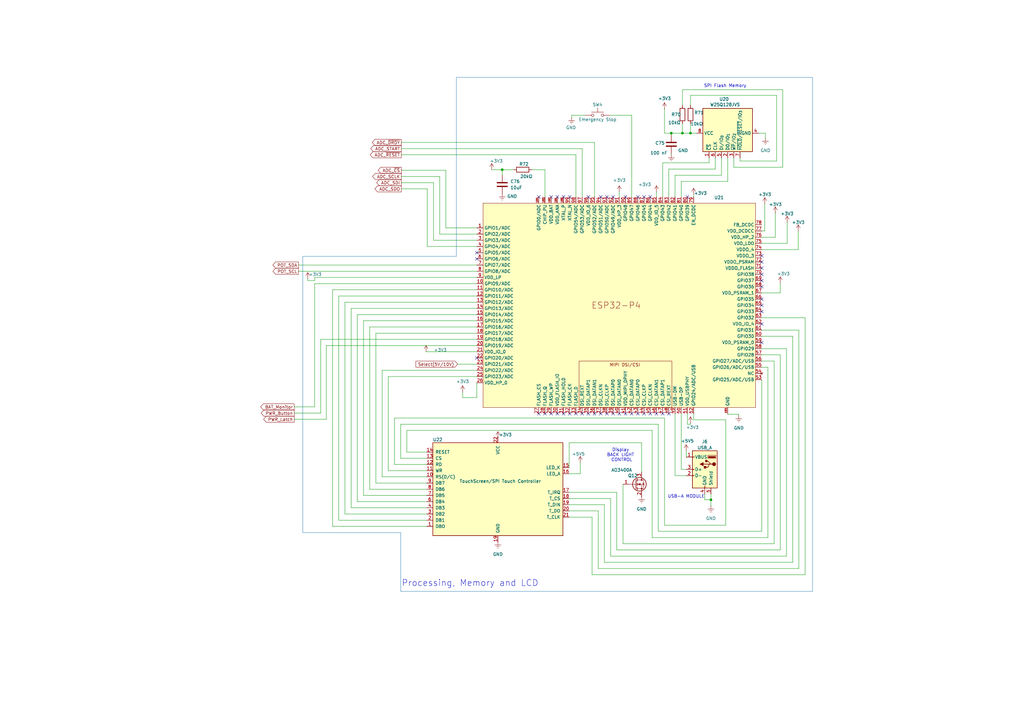
<source format=kicad_sch>
(kicad_sch (version 20250114) (generator "eeschema") (generator_version "9.0")
  (paper "A3")
  (title_block (date "2025-11-28"))
  (lib_symbols
    (symbol "Connector:USB_A" (pin_names (offset 1.016))
      (property "Reference" "J" (at -5.08 11.43 0))
      (property "Value" "USB_A" (at -5.08 8.89 0))
      (symbol "USB_A_1_1"
        (pin passive line (at -2.54 -10.16 90) (length 2.54) (name "Shield") (number "5"))
        (pin power_in line (at 0 -10.16 90) (length 2.54) (name "GND") (number "4"))
        (pin power_in line (at 7.62 5.08 180) (length 2.54) (name "VBUS") (number "1"))
        (pin bidirectional line (at 7.62 0 180) (length 2.54) (name "D+") (number "3"))
        (pin bidirectional line (at 7.62 -2.54 180) (length 2.54) (name "D-") (number "2"))
      )
    )
    (symbol "Device:C" (pin_numbers (hide yes)) (pin_names (offset 0.254))
      (property "Reference" "C" (at 0.635 2.54 0))
      (property "Value" "C" (at 0.635 -2.54 0))
      (symbol "C_1_1"
        (pin passive line (at 0 3.81 270) (length 2.794) (name "~") (number "1"))
        (pin passive line (at 0 -3.81 90) (length 2.794) (name "~") (number "2"))
      )
    )
    (symbol "Device:R" (pin_numbers (hide yes)) (pin_names (offset 0))
      (property "Reference" "R" (at 2.032 0 90))
      (property "Value" "R" (at 0 0 90))
      (symbol "R_1_1"
        (pin passive line (at 0 3.81 270) (length 1.27) (name "~") (number "1"))
        (pin passive line (at 0 -3.81 90) (length 1.27) (name "~") (number "2"))
      )
    )
    (symbol "Display_Graphic:EA_eDIPTFT32-ATP" (pin_names (offset 1.016))
      (property "Reference" "U5" (at -15.24 -10.16 0))
      (property "Value" "TouchScreen/SPI Touch Controller" (at -4.318 6.858 0))
      (symbol "EA_eDIPTFT32-ATP_1_1"
        (pin input line (at -17.78 25.4 0) (length 2.54) (name "DBO") (number "1"))
        (pin input line (at -17.78 22.86 0) (length 2.54) (name "DB1") (number "2"))
        (pin input line (at -17.78 20.32 0) (length 2.54) (name "DB2") (number "3"))
        (pin input line (at -17.78 17.78 0) (length 2.54) (name "DB3") (number "4"))
        (pin input line (at -17.78 15.24 0) (length 2.54) (name "DB4") (number "6"))
        (pin input line (at -17.78 12.7 0) (length 2.54) (name "DB5") (number "7"))
        (pin input line (at -17.78 10.16 0) (length 2.54) (name "DB6") (number "8"))
        (pin power_in line (at -17.78 7.62 0) (length 2.54) (name "DB7") (number "9"))
        (pin input line (at -17.78 5.08 0) (length 2.54) (name "RS(D/C)") (number "10"))
        (pin input line (at -17.78 2.54 0) (length 2.54) (name "WR") (number "11"))
        (pin input line (at -17.78 0 0) (length 2.54) (name "RD") (number "12"))
        (pin input line (at -17.78 -2.54 0) (length 2.54) (name "CS") (number "13"))
        (pin input line (at -17.78 -5.08 0) (length 2.54) (name "RESET") (number "14"))
        (pin no_connect line (at -12.7 -8.89 0) (length 2.54) (hide yes) (name "NC") (number "4"))
        (pin power_in line (at 11.43 31.75 270) (length 2.54) (name "GND") (number "19"))
        (pin power_in line (at 11.43 -11.43 90) (length 2.54) (name "VCC") (number "22"))
        (pin input line (at 40.64 21.59 180) (length 2.54) (name "T_CLK") (number "21"))
        (pin input line (at 40.64 19.05 180) (length 2.54) (name "T_DO") (number "20"))
        (pin input line (at 40.64 16.51 180) (length 2.54) (name "T_DIN") (number "19"))
        (pin input line (at 40.64 13.97 180) (length 2.54) (name "T_CS") (number "18"))
        (pin input line (at 40.64 11.43 180) (length 2.54) (name "T_IRQ") (number "17"))
        (pin input line (at 40.64 3.81 180) (length 2.54) (name "LED_A") (number "16"))
        (pin output line (at 40.64 1.27 180) (length 2.54) (name "LED_K") (number "15"))
        (pin no_connect line (at 40.64 -8.89 180) (length 2.54) (hide yes) (name "NC") (number "3"))
      )
    )
    (symbol "Espressif:ESP32-P4"
      (property "Reference" "U" (at -54.61 43.688 0))
      (symbol "ESP32-P4_1_0"
        (pin bidirectional line (at -57.15 8.89 0) (length 2.54) (name "GPIO9/ADC") (number "10"))
        (pin bidirectional line (at -57.15 6.35 0) (length 2.54) (name "GPIO10/ADC") (number "11"))
        (pin bidirectional line (at -57.15 3.81 0) (length 2.54) (name "GPIO11/ADC") (number "12"))
        (pin bidirectional line (at -57.15 1.27 0) (length 2.54) (name "GPIO12/ADC") (number "13"))
        (pin bidirectional line (at -57.15 -1.27 0) (length 2.54) (name "GPIO13/ADC") (number "14"))
        (pin bidirectional line (at -57.15 -3.81 0) (length 2.54) (name "GPIO14/ADC") (number "15"))
        (pin bidirectional line (at -57.15 -6.35 0) (length 2.54) (name "GPIO15/ADC") (number "16"))
        (pin bidirectional line (at -57.15 -8.89 0) (length 2.54) (name "GPIO16/ADC") (number "17"))
        (pin bidirectional line (at -57.15 -11.43 0) (length 2.54) (name "GPIO17/ADC") (number "18"))
        (pin bidirectional line (at -57.15 -13.97 0) (length 2.54) (name "GPIO18/ADC") (number "19"))
        (pin bidirectional line (at -57.15 -16.51 0) (length 2.54) (name "GPIO19/ADC") (number "20"))
        (pin power_in line (at -57.15 -19.05 0) (length 2.54) (name "VDD_IO_0") (number "21"))
        (pin bidirectional line (at -57.15 -21.59 0) (length 2.54) (name "GPIO20/ADC") (number "22"))
        (pin bidirectional line (at -57.15 -24.13 0) (length 2.54) (name "GPIO21/ADC") (number "23"))
        (pin bidirectional line (at -57.15 -26.67 0) (length 2.54) (name "GPIO22/ADC") (number "24"))
        (pin bidirectional line (at -57.15 -29.21 0) (length 2.54) (name "GPIO23/ADC") (number "25"))
        (pin power_in line (at -57.15 -31.75 0) (length 2.54) (name "VDD_HP_0") (number "26"))
        (pin bidirectional line (at -31.75 44.45 270) (length 2.54) (name "GPIO0/ADC") (number "104"))
        (pin bidirectional line (at -31.75 -44.45 90) (length 2.54) (name "FLASH_CS") (number "27"))
        (pin input line (at -29.21 44.45 270) (length 2.54) (name "CHIP_PU") (number "103"))
        (pin bidirectional line (at -29.21 -44.45 90) (length 2.54) (name "FLASH_Q") (number "28"))
        (pin bidirectional line (at -26.67 44.45 270) (length 2.54) (name "VDD_BAT") (number "102"))
        (pin bidirectional line (at -26.67 -44.45 90) (length 2.54) (name "FLASH_WP") (number "29"))
        (pin bidirectional line (at -24.13 44.45 270) (length 2.54) (name "VDD_ANA") (number "101"))
        (pin power_in line (at -24.13 -44.45 90) (length 2.54) (name "VDD_FLASH_IO") (number "30"))
        (pin bidirectional line (at -21.59 44.45 270) (length 2.54) (name "XTAL_P") (number "100"))
        (pin bidirectional line (at -21.59 -44.45 90) (length 2.54) (name "FLASH_HOLD") (number "31"))
        (pin bidirectional line (at -19.05 44.45 270) (length 2.54) (name "XTAL_N") (number "99"))
        (pin bidirectional line (at -19.05 -44.45 90) (length 2.54) (name "FLASH_CK") (number "32"))
        (pin bidirectional line (at -16.51 44.45 270) (length 2.54) (name "GPIO54/ADC") (number "98"))
        (pin bidirectional line (at -16.51 -44.45 90) (length 2.54) (name "FLASH_D") (number "33"))
        (pin bidirectional line (at -13.97 44.45 270) (length 2.54) (name "GPIO53/ADC") (number "97"))
        (pin bidirectional line (at -13.97 -44.45 90) (length 2.54) (name "DSI_REXT") (number "34"))
        (pin power_in line (at -11.43 44.45 270) (length 2.54) (name "VDD_IO_6") (number "96"))
        (pin bidirectional line (at -11.43 -44.45 90) (length 2.54) (name "DSI_DATAP1") (number "35"))
        (pin bidirectional line (at -8.89 44.45 270) (length 2.54) (name "GPIO52/ADC") (number "95"))
        (pin bidirectional line (at -8.89 -44.45 90) (length 2.54) (name "DSI_DATAN1") (number "36"))
        (pin bidirectional line (at -6.35 44.45 270) (length 2.54) (name "GPIO51/ADC") (number "94"))
        (pin bidirectional line (at -6.35 -44.45 90) (length 2.54) (name "DSI_CLKN") (number "37"))
        (pin bidirectional line (at -3.81 44.45 270) (length 2.54) (name "GPIO50/ADC") (number "93"))
        (pin bidirectional line (at -3.81 -44.45 90) (length 2.54) (name "DSI_CLKP") (number "38"))
        (pin bidirectional line (at -1.27 44.45 270) (length 2.54) (name "GPIO49/ADC") (number "92"))
        (pin bidirectional line (at -1.27 -44.45 90) (length 2.54) (name "DSI_DATAP0") (number "39"))
        (pin power_in line (at 1.27 44.45 270) (length 2.54) (name "VDD_HP_3") (number "91"))
        (pin bidirectional line (at 1.27 -44.45 90) (length 2.54) (name "DSI_DATAN0") (number "40"))
        (pin bidirectional line (at 3.81 44.45 270) (length 2.54) (name "GPIO48") (number "90"))
        (pin power_in line (at 3.81 -44.45 90) (length 2.54) (name "VDD_MIPI_DPHY") (number "41"))
        (pin bidirectional line (at 6.35 44.45 270) (length 2.54) (name "GPIO47") (number "89"))
        (pin bidirectional line (at 6.35 -44.45 90) (length 2.54) (name "CSI_DATAN0") (number "42"))
        (pin bidirectional line (at 8.89 44.45 270) (length 2.54) (name "GPIO46") (number "88"))
        (pin bidirectional line (at 8.89 -44.45 90) (length 2.54) (name "CSI_DATAP0") (number "43"))
        (pin bidirectional line (at 11.43 44.45 270) (length 2.54) (name "GPIO45") (number "87"))
        (pin bidirectional line (at 11.43 -44.45 90) (length 2.54) (name "CSI_CLKP") (number "44"))
        (pin bidirectional line (at 13.97 44.45 270) (length 2.54) (name "GPIO44") (number "86"))
        (pin bidirectional line (at 13.97 -44.45 90) (length 2.54) (name "CSI_CLKN") (number "45"))
        (pin power_in line (at 16.51 44.45 270) (length 2.54) (name "VDD_IO_5") (number "85"))
        (pin bidirectional line (at 16.51 -44.45 90) (length 2.54) (name "CSI_DATAN1") (number "46"))
        (pin bidirectional line (at 19.05 44.45 270) (length 2.54) (name "GPIO43") (number "84"))
        (pin bidirectional line (at 19.05 -44.45 90) (length 2.54) (name "CSI_DATAP1") (number "47"))
        (pin bidirectional line (at 21.59 44.45 270) (length 2.54) (name "GPIO42") (number "83"))
        (pin bidirectional line (at 21.59 -44.45 90) (length 2.54) (name "CSI_REXT") (number "48"))
        (pin bidirectional line (at 24.13 44.45 270) (length 2.54) (name "GPIO41") (number "82"))
        (pin bidirectional line (at 24.13 -44.45 90) (length 2.54) (name "USB-DM") (number "49"))
        (pin bidirectional line (at 26.67 44.45 270) (length 2.54) (name "GPIO40") (number "81"))
        (pin bidirectional line (at 26.67 -44.45 90) (length 2.54) (name "USB-DP") (number "50"))
        (pin bidirectional line (at 29.21 44.45 270) (length 2.54) (name "GPIO39") (number "80"))
        (pin power_in line (at 29.21 -44.45 90) (length 2.54) (name "VDD_USBPHY") (number "51"))
        (pin output line (at 31.75 44.45 270) (length 2.54) (name "EN_DCDC") (number "79"))
        (pin bidirectional line (at 31.75 -44.45 90) (length 2.54) (name "GPIO24/ADC/USB") (number "52"))
        (pin power_in line (at 45.72 -44.45 90) (length 2.54) (name "GND") (number "105"))
        (pin bidirectional line (at 59.69 33.02 180) (length 2.54) (name "FB_DCDC") (number "78"))
        (pin power_in line (at 59.69 30.48 180) (length 2.54) (name "VDD_DCDCC") (number "77"))
        (pin power_in line (at 59.69 27.94 180) (length 2.54) (name "VDD_HP_2") (number "76"))
        (pin power_in line (at 59.69 25.4 180) (length 2.54) (name "VDD_LDO") (number "75"))
        (pin power_in line (at 59.69 22.86 180) (length 2.54) (name "VDDO_4") (number "74"))
        (pin power_in line (at 59.69 20.32 180) (length 2.54) (name "VDDO_3") (number "73"))
        (pin power_in line (at 59.69 17.78 180) (length 2.54) (name "VDDO_PSRAM") (number "72"))
        (pin power_in line (at 59.69 15.24 180) (length 2.54) (name "VDDO_FLASH") (number "71"))
        (pin bidirectional line (at 59.69 12.7 180) (length 2.54) (name "GPIO38") (number "70"))
        (pin bidirectional line (at 59.69 10.16 180) (length 2.54) (name "GPIO37") (number "69"))
        (pin bidirectional line (at 59.69 7.62 180) (length 2.54) (name "GPIO36") (number "68"))
        (pin power_in line (at 59.69 5.08 180) (length 2.54) (name "VDD_PSRAM_1") (number "67"))
        (pin bidirectional line (at 59.69 2.54 180) (length 2.54) (name "GPIO35") (number "66"))
        (pin bidirectional line (at 59.69 0 180) (length 2.54) (name "GPIO34") (number "65"))
        (pin bidirectional line (at 59.69 -2.54 180) (length 2.54) (name "GPIO33") (number "64"))
        (pin bidirectional line (at 59.69 -5.08 180) (length 2.54) (name "GPIO32") (number "63"))
        (pin power_in line (at 59.69 -7.62 180) (length 2.54) (name "VDD_IO_4") (number "62"))
        (pin bidirectional line (at 59.69 -10.16 180) (length 2.54) (name "GPIO31") (number "61"))
        (pin bidirectional line (at 59.69 -12.7 180) (length 2.54) (name "GPIO30") (number "60"))
        (pin power_in line (at 59.69 -15.24 180) (length 2.54) (name "VDD_PSRAM_0") (number "59"))
        (pin bidirectional line (at 59.69 -17.78 180) (length 2.54) (name "GPIO29") (number "58"))
        (pin bidirectional line (at 59.69 -20.32 180) (length 2.54) (name "GPIO28") (number "57"))
        (pin bidirectional line (at 59.69 -22.86 180) (length 2.54) (name "GPIO27/ADC/USB") (number "56"))
        (pin bidirectional line (at 59.69 -25.4 180) (length 2.54) (name "GPIO26/ADC/USB") (number "55"))
        (pin no_connect line (at 59.69 -27.94 180) (length 2.54) (name "NC") (number "54"))
        (pin bidirectional line (at 59.69 -30.48 180) (length 2.54) (name "GPIO25/ADC/USB") (number "53"))
      )
      (symbol "ESP32-P4_1_1"
        (text "ESP32-P4" (at 0 0 0) (effects (font (size 2.54 2.54))))
        (text "MIPI DSI/CSI" (at 3.556 -24.384 0) (effects (font (size 1.27 1.27))))
        (pin bidirectional line (at -57.15 31.75 0) (length 2.54) (name "GPIO1/ADC") (number "1"))
        (pin bidirectional line (at -57.15 29.21 0) (length 2.54) (name "GPIO2/ADC") (number "2"))
        (pin bidirectional line (at -57.15 26.67 0) (length 2.54) (name "GPIO3/ADC") (number "3"))
        (pin bidirectional line (at -57.15 24.13 0) (length 2.54) (name "GPIO4/ADC") (number "4"))
        (pin bidirectional line (at -57.15 21.59 0) (length 2.54) (name "GPIO5/ADC") (number "5"))
        (pin bidirectional line (at -57.15 19.05 0) (length 2.54) (name "GPIO6/ADC") (number "6"))
        (pin bidirectional line (at -57.15 16.51 0) (length 2.54) (name "GPIO7/ADC") (number "7"))
        (pin bidirectional line (at -57.15 13.97 0) (length 2.54) (name "GPIO8/ADC") (number "8"))
        (pin power_in line (at -57.15 11.43 0) (length 2.54) (name "VDD_LP") (number "9"))
      )
    )
    (symbol "Memory_Flash:W25Q128JVS"
      (property "Reference" "U" (at -6.35 11.43 0))
      (property "Value" "W25Q128JVS" (at 7.62 11.43 0))
      (symbol "W25Q128JVS_1_1"
        (pin input line (at -10.16 7.62 0) (length 2.54) (name "~{CS}") (number "1"))
        (pin input line (at -10.16 5.08 0) (length 2.54) (name "CLK") (number "6"))
        (pin bidirectional line (at -10.16 2.54 0) (length 2.54) (name "DI/IO_{0}") (number "5"))
        (pin bidirectional line (at -10.16 0 0) (length 2.54) (name "DO/IO_{1}") (number "2"))
        (pin bidirectional line (at -10.16 -2.54 0) (length 2.54) (name "~{WP}/IO_{2}") (number "3"))
        (pin bidirectional line (at -10.16 -5.08 0) (length 2.54) (name "~{HOLD}/~{RESET}/IO_{3}") (number "7"))
        (pin power_in line (at 0 12.7 270) (length 2.54) (name "VCC") (number "8"))
        (pin power_in line (at 0 -12.7 90) (length 2.54) (name "GND") (number "4"))
      )
    )
    (symbol "Switch:SW_Push" (pin_numbers (hide yes)) (pin_names (offset 1.016) (hide yes))
      (property "Reference" "SW" (at 1.27 2.54 0))
      (property "Value" "SW_Push" (at 0 -1.524 0))
      (symbol "SW_Push_0_1"
        (pin passive line (at -5.08 0 0) (length 2.54) (name "1") (number "1"))
        (pin passive line (at 5.08 0 180) (length 2.54) (name "2") (number "2"))
      )
    )
    (symbol "Transistor_FET:AO3400A" (pin_names (offset 0) (hide yes))
      (property "Reference" "Q" (at 5.08 1.905 0))
      (property "Value" "AO3400A" (at 5.08 0 0))
      (symbol "AO3400A_1_1"
        (pin input line (at -5.08 0 0) (length 2.54) (name "G") (number "1"))
        (pin passive line (at 2.54 5.08 270) (length 2.54) (name "D") (number "3"))
        (pin passive line (at 2.54 -5.08 90) (length 2.54) (name "S") (number "2"))
      )
    )
    (symbol "power:+5V" (power) (pin_numbers (hide yes)) (pin_names (offset 0) (hide yes))
      (property "Value" "+5V" (at 0 3.556 0))
      (symbol "+5V_1_1"
        (pin power_in line (at 0 0 90) (length 0) (name "~") (number "1"))
      )
    )
    (symbol "power:GNDREF" (power) (pin_numbers (hide yes)) (pin_names (offset 0) (hide yes))
      (property "Value" "GNDREF" (at 0 -3.81 0))
      (symbol "GNDREF_1_1"
        (pin power_in line (at 0 0 270) (length 0) (name "~") (number "1"))
      )
    )
    (symbol "power:VCC" (power) (pin_numbers (hide yes)) (pin_names (offset 0) (hide yes))
      (property "Value" "VCC" (at 0 3.556 0))
      (symbol "VCC_1_1"
        (pin power_in line (at 0 0 90) (length 0) (name "~") (number "1"))
      )
    )
  )
  (text "SPI Flash Memory\n" (at 297.434 35.306 0) (effects (font (size 1.27 1.27))))
  (text "Display \nBACK LIGHT \nCONTROL\n" (at 255.016 186.69 0) (effects (font (size 1.27 1.27))))
  (text "USB-A MODULE\n" (at 281.432 203.708 0) (effects (font (size 1.27 1.27))))
  (text "Processing, Memory and LCD" (at 192.786 239.268 0) (effects (font (size 2.54 2.54))))
  (junction (at 291.592 204.978))
  (junction (at 283.21 54.61))
  (junction (at 279.908 54.61))
  (junction (at 205.994 69.596))
  (junction (at 275.336 54.61))
  (no_connect (at 223.52 169.672))
  (no_connect (at 195.58 146.812))
  (no_connect (at 312.42 132.842))
  (no_connect (at 312.42 115.062))
  (no_connect (at 261.62 169.672))
  (no_connect (at 231.14 80.772))
  (no_connect (at 233.68 169.672))
  (no_connect (at 312.42 104.902))
  (no_connect (at 226.06 80.772))
  (no_connect (at 228.6 80.772))
  (no_connect (at 312.42 117.602))
  (no_connect (at 312.42 112.522))
  (no_connect (at 246.38 169.672))
  (no_connect (at 248.92 169.672))
  (no_connect (at 259.08 169.672))
  (no_connect (at 251.46 80.772))
  (no_connect (at 195.58 103.632))
  (no_connect (at 241.3 169.672))
  (no_connect (at 281.94 80.772))
  (no_connect (at 195.58 106.172))
  (no_connect (at 236.22 169.672))
  (no_connect (at 243.84 169.672))
  (no_connect (at 266.7 80.772))
  (no_connect (at 248.92 80.772))
  (no_connect (at 312.42 107.442))
  (no_connect (at 271.78 169.672))
  (no_connect (at 220.98 80.772))
  (no_connect (at 220.98 169.672))
  (no_connect (at 269.24 169.672))
  (no_connect (at 261.62 80.772))
  (no_connect (at 266.7 169.672))
  (no_connect (at 251.46 169.672))
  (no_connect (at 264.16 169.672))
  (no_connect (at 226.06 169.672))
  (no_connect (at 312.42 127.762))
  (no_connect (at 231.14 169.672))
  (no_connect (at 256.54 80.772))
  (no_connect (at 312.42 125.222))
  (no_connect (at 254 169.672))
  (no_connect (at 233.68 80.772))
  (no_connect (at 246.38 80.772))
  (no_connect (at 238.76 169.672))
  (no_connect (at 312.42 140.462))
  (no_connect (at 264.16 80.772))
  (no_connect (at 312.42 109.982))
  (no_connect (at 228.6 169.672))
  (no_connect (at 256.54 169.672))
  (no_connect (at 312.42 122.682))
  (no_connect (at 241.3 80.772))
  (no_connect (at 274.32 169.672))
  (wire (pts (xy 284.48 80.772) (xy 284.48 79.756)))
  (wire (pts (xy 320.04 116.078) (xy 320.04 120.142)))
  (wire (pts (xy 146.558 129.032) (xy 195.58 129.032)))
  (wire (pts (xy 159.258 154.432) (xy 159.258 193.04)))
  (wire (pts (xy 195.58 98.552) (xy 177.8 98.552)))
  (wire (pts (xy 263.144 181.61) (xy 263.144 193.548)))
  (wire (pts (xy 175.26 101.092) (xy 175.26 77.47)))
  (wire (pts (xy 141.478 123.952) (xy 141.478 210.82)))
  (wire (pts (xy 151.638 134.112) (xy 195.58 134.112)))
  (wire (pts (xy 318.516 66.04) (xy 303.53 66.04)))
  (wire (pts (xy 243.84 80.772) (xy 243.84 58.42)))
  (wire (pts (xy 187.706 149.352) (xy 195.58 149.352)))
  (wire (pts (xy 233.426 194.31) (xy 237.998 194.31)))
  (wire (pts (xy 312.42 130.302) (xy 330.2 130.302)))
  (wire (pts (xy 205.994 69.596) (xy 210.566 69.596)))
  (wire (pts (xy 234.442 47.244) (xy 240.03 47.244)))
  (wire (pts (xy 175.006 215.9) (xy 136.398 215.9)))
  (wire (pts (xy 297.688 215.392) (xy 297.688 172.212)))
  (wire (pts (xy 245.364 233.172) (xy 327.66 233.172)))
  (wire (pts (xy 195.58 156.972) (xy 195.58 163.068)))
  (wire (pts (xy 322.58 143.002) (xy 322.58 228.092)))
  (wire (pts (xy 120.65 169.418) (xy 131.572 169.418)))
  (wire (pts (xy 303.022 169.926) (xy 303.022 170.434)))
  (wire (pts (xy 312.42 94.742) (xy 313.69 94.742)))
  (wire (pts (xy 129.032 115.062) (xy 129.032 113.792)))
  (wire (pts (xy 259.08 47.244) (xy 250.19 47.244)))
  (wire (pts (xy 247.904 207.01) (xy 247.904 230.632)))
  (wire (pts (xy 129.032 113.792) (xy 195.58 113.792)))
  (wire (pts (xy 279.908 54.61) (xy 283.21 54.61)))
  (wire (pts (xy 154.178 198.12) (xy 175.006 198.12)))
  (wire (pts (xy 156.718 195.58) (xy 175.006 195.58)))
  (wire (pts (xy 318.008 87.376) (xy 318.008 97.282)))
  (wire (pts (xy 276.86 195.072) (xy 281.432 195.072)))
  (wire (pts (xy 284.48 172.212) (xy 297.688 172.212)))
  (wire (pts (xy 144.018 126.492) (xy 144.018 208.28)))
  (wire (pts (xy 164.592 72.39) (xy 180.34 72.39)))
  (wire (pts (xy 122.428 111.252) (xy 195.58 111.252)))
  (wire (pts (xy 141.478 123.952) (xy 195.58 123.952)))
  (wire (pts (xy 279.908 36.83) (xy 321.056 36.83)))
  (wire (pts (xy 300.99 64.77) (xy 300.99 68.58)))
  (wire (pts (xy 281.94 173.99) (xy 283.21 173.99)))
  (wire (pts (xy 272.542 171.45) (xy 272.542 215.392)))
  (wire (pts (xy 283.21 54.61) (xy 285.75 54.61)))
  (wire (pts (xy 325.12 137.922) (xy 325.12 230.632)))
  (wire (pts (xy 291.592 204.978) (xy 289.052 204.978)))
  (wire (pts (xy 322.58 143.002) (xy 312.42 143.002)))
  (wire (pts (xy 330.2 130.302) (xy 330.2 235.712)))
  (wire (pts (xy 146.558 129.032) (xy 146.558 205.74)))
  (wire (pts (xy 317.5 148.082) (xy 317.5 223.012)))
  (wire (pts (xy 270.002 173.99) (xy 270.002 217.932)))
  (wire (pts (xy 164.592 69.85) (xy 182.88 69.85)))
  (wire (pts (xy 195.58 101.092) (xy 175.26 101.092)))
  (wire (pts (xy 267.462 220.472) (xy 314.96 220.472)))
  (wire (pts (xy 252.984 201.93) (xy 252.984 225.552)))
  (wire (pts (xy 164.592 63.5) (xy 236.22 63.5)))
  (wire (pts (xy 269.24 78.74) (xy 269.24 80.772)))
  (wire (pts (xy 151.638 134.112) (xy 151.638 200.66)))
  (wire (pts (xy 204.216 179.07) (xy 204.216 179.578)))
  (wire (pts (xy 120.65 166.878) (xy 129.032 166.878)))
  (wire (pts (xy 312.42 150.622) (xy 314.96 150.622)))
  (wire (pts (xy 320.04 145.542) (xy 312.42 145.542)))
  (wire (pts (xy 321.056 68.58) (xy 321.056 36.83)))
  (wire (pts (xy 272.542 54.61) (xy 275.336 54.61)))
  (wire (pts (xy 164.592 60.96) (xy 238.76 60.96)))
  (wire (pts (xy 189.738 163.068) (xy 195.58 163.068)))
  (wire (pts (xy 255.524 198.628) (xy 255.524 223.012)))
  (wire (pts (xy 298.45 169.926) (xy 298.45 169.672)))
  (wire (pts (xy 164.592 58.42) (xy 243.84 58.42)))
  (wire (pts (xy 233.426 212.09) (xy 242.824 212.09)))
  (wire (pts (xy 131.572 139.192) (xy 131.572 169.418)))
  (wire (pts (xy 255.524 223.012) (xy 317.5 223.012)))
  (wire (pts (xy 252.984 225.552) (xy 320.04 225.552)))
  (wire (pts (xy 126.238 115.062) (xy 126.238 114.3)))
  (wire (pts (xy 177.8 98.552) (xy 177.8 74.93)))
  (wire (pts (xy 131.572 139.192) (xy 195.58 139.192)))
  (wire (pts (xy 149.098 131.572) (xy 195.58 131.572)))
  (wire (pts (xy 189.738 160.782) (xy 189.738 163.068)))
  (wire (pts (xy 312.42 97.282) (xy 318.008 97.282)))
  (wire (pts (xy 275.336 54.61) (xy 279.908 54.61)))
  (wire (pts (xy 233.426 181.61) (xy 263.144 181.61)))
  (wire (pts (xy 146.558 205.74) (xy 175.006 205.74)))
  (wire (pts (xy 233.426 181.61) (xy 233.426 191.77)))
  (wire (pts (xy 279.4 80.772) (xy 279.4 74.422)))
  (wire (pts (xy 129.032 166.878) (xy 129.032 116.332)))
  (wire (pts (xy 201.676 69.596) (xy 205.994 69.596)))
  (wire (pts (xy 295.91 71.882) (xy 295.91 64.77)))
  (wire (pts (xy 281.432 187.452) (xy 281.432 184.912)))
  (wire (pts (xy 133.858 141.732) (xy 133.858 171.958)))
  (wire (pts (xy 275.336 63.5) (xy 275.336 62.992)))
  (wire (pts (xy 175.006 185.42) (xy 166.878 185.42)))
  (wire (pts (xy 166.878 185.42) (xy 166.878 176.53)))
  (wire (pts (xy 312.42 99.822) (xy 322.834 99.822)))
  (wire (pts (xy 174.752 144.272) (xy 195.58 144.272)))
  (wire (pts (xy 250.444 204.47) (xy 250.444 228.092)))
  (wire (pts (xy 129.032 116.332) (xy 195.58 116.332)))
  (wire (pts (xy 272.542 215.392) (xy 297.688 215.392)))
  (wire (pts (xy 154.178 136.652) (xy 195.58 136.652)))
  (wire (pts (xy 327.406 94.742) (xy 327.406 102.362)))
  (wire (pts (xy 274.32 69.342) (xy 293.37 69.342)))
  (wire (pts (xy 276.86 71.882) (xy 295.91 71.882)))
  (wire (pts (xy 136.398 118.872) (xy 136.398 215.9)))
  (wire (pts (xy 279.4 192.532) (xy 281.432 192.532)))
  (wire (pts (xy 133.858 141.732) (xy 195.58 141.732)))
  (wire (pts (xy 154.178 136.652) (xy 154.178 198.12)))
  (wire (pts (xy 159.258 154.432) (xy 195.58 154.432)))
  (wire (pts (xy 271.78 80.772) (xy 271.78 66.802)))
  (wire (pts (xy 175.006 213.36) (xy 138.938 213.36)))
  (wire (pts (xy 312.42 120.142) (xy 320.04 120.142)))
  (wire (pts (xy 164.338 187.96) (xy 164.338 173.99)))
  (wire (pts (xy 151.638 200.66) (xy 175.006 200.66)))
  (wire (pts (xy 276.86 80.772) (xy 276.86 71.882)))
  (wire (pts (xy 182.88 93.472) (xy 195.58 93.472)))
  (wire (pts (xy 175.006 190.5) (xy 161.798 190.5)))
  (wire (pts (xy 283.21 39.116) (xy 318.516 39.116)))
  (wire (pts (xy 159.258 193.04) (xy 175.006 193.04)))
  (wire (pts (xy 234.442 48.26) (xy 234.442 47.244)))
  (wire (pts (xy 120.65 171.958) (xy 133.858 171.958)))
  (wire (pts (xy 303.022 169.926) (xy 298.45 169.926)))
  (wire (pts (xy 291.592 204.978) (xy 291.592 207.518)))
  (wire (pts (xy 136.398 118.872) (xy 195.58 118.872)))
  (wire (pts (xy 279.4 74.422) (xy 298.45 74.422)))
  (wire (pts (xy 281.94 169.672) (xy 281.94 173.99)))
  (wire (pts (xy 242.824 235.712) (xy 330.2 235.712)))
  (wire (pts (xy 283.21 43.18) (xy 283.21 39.116)))
  (wire (pts (xy 236.22 63.5) (xy 236.22 80.772)))
  (wire (pts (xy 322.834 99.822) (xy 322.834 91.186)))
  (wire (pts (xy 293.37 69.342) (xy 293.37 64.77)))
  (wire (pts (xy 144.018 208.28) (xy 175.006 208.28)))
  (wire (pts (xy 218.186 69.596) (xy 223.52 69.596)))
  (wire (pts (xy 205.994 69.596) (xy 205.994 71.882)))
  (wire (pts (xy 180.34 96.012) (xy 195.58 96.012)))
  (wire (pts (xy 275.336 55.372) (xy 275.336 54.61)))
  (wire (pts (xy 254 78.74) (xy 254 80.772)))
  (wire (pts (xy 149.098 203.2) (xy 175.006 203.2)))
  (wire (pts (xy 291.592 204.978) (xy 291.592 202.692)))
  (wire (pts (xy 290.83 66.802) (xy 290.83 64.77)))
  (wire (pts (xy 175.006 210.82) (xy 141.478 210.82)))
  (wire (pts (xy 129.032 115.062) (xy 126.238 115.062)))
  (wire (pts (xy 320.04 145.542) (xy 320.04 225.552)))
  (wire (pts (xy 312.42 102.362) (xy 327.406 102.362)))
  (wire (pts (xy 314.96 150.622) (xy 314.96 220.472)))
  (wire (pts (xy 313.69 83.566) (xy 313.69 94.742)))
  (wire (pts (xy 267.462 176.53) (xy 267.462 220.472)))
  (wire (pts (xy 233.426 201.93) (xy 252.984 201.93)))
  (wire (pts (xy 279.908 50.8) (xy 279.908 54.61)))
  (wire (pts (xy 242.824 212.09) (xy 242.824 235.712)))
  (wire (pts (xy 276.86 169.672) (xy 276.86 195.072)))
  (wire (pts (xy 182.88 69.85) (xy 182.88 93.472)))
  (wire (pts (xy 298.45 64.77) (xy 298.45 74.422)))
  (wire (pts (xy 284.48 169.672) (xy 284.48 172.212)))
  (wire (pts (xy 247.904 230.632) (xy 325.12 230.632)))
  (wire (pts (xy 238.76 80.772) (xy 238.76 60.96)))
  (wire (pts (xy 233.426 209.55) (xy 245.364 209.55)))
  (wire (pts (xy 233.426 204.47) (xy 250.444 204.47)))
  (wire (pts (xy 274.32 80.772) (xy 274.32 69.342)))
  (wire (pts (xy 223.52 69.596) (xy 223.52 80.772)))
  (wire (pts (xy 259.08 80.772) (xy 259.08 47.244)))
  (wire (pts (xy 122.428 108.712) (xy 195.58 108.712)))
  (wire (pts (xy 149.098 131.572) (xy 149.098 203.2)))
  (wire (pts (xy 289.052 204.978) (xy 289.052 202.692)))
  (wire (pts (xy 272.542 44.704) (xy 272.542 54.61)))
  (wire (pts (xy 313.944 54.61) (xy 313.944 56.642)))
  (wire (pts (xy 303.53 66.04) (xy 303.53 64.77)))
  (wire (pts (xy 161.798 171.45) (xy 272.542 171.45)))
  (wire (pts (xy 138.938 121.412) (xy 195.58 121.412)))
  (wire (pts (xy 161.798 190.5) (xy 161.798 171.45)))
  (wire (pts (xy 233.426 207.01) (xy 247.904 207.01)))
  (wire (pts (xy 327.66 135.382) (xy 327.66 233.172)))
  (wire (pts (xy 144.018 126.492) (xy 195.58 126.492)))
  (wire (pts (xy 250.444 228.092) (xy 322.58 228.092)))
  (wire (pts (xy 138.938 121.412) (xy 138.938 213.36)))
  (wire (pts (xy 156.718 151.892) (xy 195.58 151.892)))
  (wire (pts (xy 318.516 39.116) (xy 318.516 66.04)))
  (wire (pts (xy 279.4 169.672) (xy 279.4 192.532)))
  (wire (pts (xy 237.998 194.31) (xy 237.998 189.738)))
  (wire (pts (xy 283.21 173.482) (xy 283.21 173.99)))
  (wire (pts (xy 283.21 50.8) (xy 283.21 54.61)))
  (wire (pts (xy 164.592 74.93) (xy 177.8 74.93)))
  (wire (pts (xy 175.006 187.96) (xy 164.338 187.96)))
  (wire (pts (xy 312.42 155.702) (xy 312.42 217.932)))
  (wire (pts (xy 300.99 68.58) (xy 321.056 68.58)))
  (wire (pts (xy 180.34 72.39) (xy 180.34 96.012)))
  (wire (pts (xy 164.338 173.99) (xy 270.002 173.99)))
  (wire (pts (xy 279.908 43.18) (xy 279.908 36.83)))
  (wire (pts (xy 166.878 176.53) (xy 267.462 176.53)))
  (wire (pts (xy 156.718 195.58) (xy 156.718 151.892)))
  (wire (pts (xy 312.42 137.922) (xy 325.12 137.922)))
  (wire (pts (xy 164.592 77.47) (xy 175.26 77.47)))
  (wire (pts (xy 317.5 148.082) (xy 312.42 148.082)))
  (wire (pts (xy 312.42 135.382) (xy 327.66 135.382)))
  (wire (pts (xy 271.78 66.802) (xy 290.83 66.802)))
  (wire (pts (xy 270.002 217.932) (xy 312.42 217.932)))
  (wire (pts (xy 311.15 54.61) (xy 313.944 54.61)))
  (wire (pts (xy 245.364 209.55) (xy 245.364 233.172)))
  (global_label "ADC_SDI" (shape output) (at 164.592 74.93 180) (property "Intersheetrefs" "${INTERSHEET_REFS}" (effects (hide yes))))
  (global_label "BAT_Monitor" (shape output) (at 120.65 166.878 180) (property "Intersheetrefs" "${INTERSHEET_REFS}" (effects (hide yes))))
  (global_label "ADC_~{CS}" (shape output) (at 164.592 69.85 180) (property "Intersheetrefs" "${INTERSHEET_REFS}" (effects (hide yes))))
  (global_label "Select(5V{slash}10V)" (shape input) (at 187.706 149.352 180) (property "Intersheetrefs" "${INTERSHEET_REFS}" (effects (hide yes))))
  (global_label "ADC_START" (shape output) (at 164.592 60.96 180) (property "Intersheetrefs" "${INTERSHEET_REFS}" (effects (hide yes))))
  (global_label "PWR_Button" (shape output) (at 120.65 169.418 180) (property "Intersheetrefs" "${INTERSHEET_REFS}" (effects (hide yes))))
  (global_label "ADC_~{DRDY}" (shape output) (at 164.592 58.42 180) (property "Intersheetrefs" "${INTERSHEET_REFS}" (effects (hide yes))))
  (global_label "POT_SDA" (shape output) (at 122.428 108.712 180) (property "Intersheetrefs" "${INTERSHEET_REFS}" (effects (hide yes))))
  (global_label "ADC_~{RESET}" (shape output) (at 164.592 63.5 180) (property "Intersheetrefs" "${INTERSHEET_REFS}" (effects (hide yes))))
  (global_label "ADC_SCLK" (shape output) (at 164.592 72.39 180) (property "Intersheetrefs" "${INTERSHEET_REFS}" (effects (hide yes))))
  (global_label "POT_SCL" (shape output) (at 122.428 111.252 180) (property "Intersheetrefs" "${INTERSHEET_REFS}" (effects (hide yes))))
  (global_label "PWR_Latch" (shape output) (at 120.65 171.958 180) (property "Intersheetrefs" "${INTERSHEET_REFS}" (effects (hide yes))))
  (global_label "ADC_SDO" (shape output) (at 164.592 77.47 180) (property "Intersheetrefs" "${INTERSHEET_REFS}" (effects (hide yes))))
  (rule_area (polyline (pts (xy 333.248 31.75) (xy 187.198 31.75) (xy 187.198 105.156) (xy 124.206 105.156) (xy 124.206 218.44) (xy 164.338 218.44) (xy 164.338 238.506) (xy 164.338 239.268) (xy 164.338 242.57) (xy 167.386 242.57) (xy 333.248 242.57) (xy 333.248 237.744)) (stroke (width 0) (color 33 122 182 1))))
  (symbol (lib_id "Device:C") (at 275.336 59.182 0) (unit 1)
    (property "Reference" "C75" (at 268.732 58.674 0) (effects (justify left)))
    (property "Value" "100 nF" (at 266.7 62.738 0) (effects (justify left)))
    (property "Description" "Unpolarized capacitor" (effects (hide yes)))
  )
  (symbol (lib_id "power:VCC") (at 320.04 116.078 0) (unit 1)
    (property "Reference" "#PWR0173" (effects (hide yes)))
    (property "Value" "+3V3" (at 321.31 112.268 0))
    (property "Description" "Power symbol creates a global label with name \"VCC\"" (effects (hide yes)))
  )
  (symbol (lib_id "power:VCC") (at 204.216 179.578 0) (unit 1)
    (property "Reference" "#PWR0178" (effects (hide yes)))
    (property "Value" "+3V3" (at 207.264 178.308 0))
    (property "Description" "Power symbol creates a global label with name \"VCC\"" (effects (hide yes)))
  )
  (symbol (lib_id "power:+5V") (at 237.998 189.738 0) (unit 1)
    (property "Reference" "#PWR0180" (effects (hide yes)))
    (property "Value" "+5V5" (at 237.236 186.182 0))
    (property "Description" "Power symbol creates a global label with name \"+5V\"" (effects (hide yes)))
  )
  (symbol (lib_id "power:GNDREF") (at 275.336 63.5 0) (mirror y) (unit 1)
    (property "Reference" "#PWR0162" (effects (hide yes)))
    (property "Value" "GND" (at 280.162 61.722 0))
    (property "Description" "Power symbol creates a global label with name \"GNDREF\" , reference supply ground" (effects (hide yes)))
  )
  (symbol (lib_id "power:GNDREF") (at 205.994 79.502 0) (mirror y) (unit 1)
    (property "Reference" "#PWR0166" (effects (hide yes)))
    (property "Value" "GND" (at 210.058 80.518 0))
    (property "Description" "Power symbol creates a global label with name \"GNDREF\" , reference supply ground" (effects (hide yes)))
  )
  (symbol (lib_id "power:VCC") (at 201.676 69.596 0) (unit 1)
    (property "Reference" "#PWR0163" (effects (hide yes)))
    (property "Value" "+3V3" (at 200.914 66.04 0) (effects (justify left)))
    (property "Description" "Power symbol creates a global label with name \"VCC\"" (effects (hide yes)))
  )
  (symbol (lib_id "Switch:SW_Push") (at 245.11 47.244 0) (mirror y) (unit 1)
    (property "Reference" "SW4" (at 245.11 42.926 0))
    (property "Value" "Emergency Stop" (at 245.11 49.022 0))
    (property "Description" "Push button switch, generic, two pins" (effects (hide yes)))
  )
  (symbol (lib_id "Device:C") (at 205.994 75.692 0) (unit 1)
    (property "Reference" "C76" (at 209.296 74.4219 0) (effects (justify left)))
    (property "Value" "10uF" (at 209.296 76.9619 0) (effects (justify left)))
    (property "Description" "Unpolarized capacitor" (effects (hide yes)))
  )
  (symbol (lib_id "power:GNDREF") (at 234.442 48.26 0) (mirror y) (unit 1)
    (property "Reference" "#PWR0160" (effects (hide yes)))
    (property "Value" "GND" (at 234.188 52.324 0))
    (property "Description" "Power symbol creates a global label with name \"GNDREF\" , reference supply ground" (effects (hide yes)))
  )
  (symbol (lib_id "power:VCC") (at 189.738 160.782 0) (unit 1)
    (property "Reference" "#PWR0175" (effects (hide yes)))
    (property "Value" "+3V3" (at 189.738 156.464 0))
    (property "Description" "Power symbol creates a global label with name \"VCC\"" (effects (hide yes)))
  )
  (symbol (lib_id "Memory_Flash:W25Q128JVS") (at 298.45 54.61 90) (unit 1)
    (property "Reference" "U20" (at 298.958 40.64 90) (effects (justify left)))
    (property "Value" "W25Q128JVS" (at 303.53 42.926 90) (effects (justify left)))
    (property "Footprint" "Package_SO:SOIC-8_5.3x5.3mm_P1.27mm" (effects (hide yes)))
    (property "Datasheet" "https://www.winbond.com/resource-files/w25q128jv_dtr%20revc%2003272018%20plus.pdf" (effects (hide yes)))
    (property "Description" "128Mbit / 16MiB Serial Flash Memory, Standard/Dual/Quad SPI, 2.7-3.6V, SOIC-8" (effects (hide yes)))
  )
  (symbol (lib_id "Device:R") (at 214.376 69.596 90) (unit 1)
    (property "Reference" "R72" (at 214.884 67.31 90))
    (property "Value" "20kΩ" (at 215.9 72.39 90))
    (property "Description" "Resistor" (effects (hide yes)))
  )
  (symbol (lib_id "Transistor_FET:AO3400A") (at 260.604 198.628 0) (unit 1)
    (property "Reference" "Q12" (at 257.556 195.072 0) (effects (justify left)))
    (property "Value" "AO3400A" (at 250.698 192.786 0) (effects (justify left)))
    (property "Footprint" "Package_TO_SOT_SMD:SOT-23" (effects (hide yes)))
    (property "Datasheet" "http://www.aosmd.com/pdfs/datasheet/AO3400A.pdf" (effects (hide yes)))
    (property "Description" "30V Vds, 5.7A Id, N-Channel MOSFET, SOT-23" (effects (hide yes)))
  )
  (symbol (lib_id "power:VCC") (at 322.834 91.186 0) (unit 1)
    (property "Reference" "#PWR0170" (effects (hide yes)))
    (property "Value" "+3V3" (at 322.834 87.63 0))
    (property "Description" "Power symbol creates a global label with name \"VCC\"" (effects (hide yes)))
  )
  (symbol (lib_id "Device:R") (at 279.908 46.99 0) (unit 1)
    (property "Reference" "R70" (at 275.336 46.99 0) (effects (justify left)))
    (property "Value" "10kΩ" (at 274.066 50.292 0) (effects (justify left)))
    (property "Description" "Resistor" (effects (hide yes)))
  )
  (symbol (lib_id "power:VCC") (at 284.48 79.756 0) (unit 1)
    (property "Reference" "#PWR0167" (effects (hide yes)))
    (property "Value" "+3V3" (at 287.274 79.248 0))
    (property "Description" "Power symbol creates a global label with name \"VCC\"" (effects (hide yes)))
  )
  (symbol (lib_id "power:VCC") (at 327.406 94.742 0) (unit 1)
    (property "Reference" "#PWR0171" (effects (hide yes)))
    (property "Value" "+3V3" (at 327.406 91.186 0))
    (property "Description" "Power symbol creates a global label with name \"VCC\"" (effects (hide yes)))
  )
  (symbol (lib_id "power:VCC") (at 272.542 44.704 0) (unit 1)
    (property "Reference" "#PWR0159" (effects (hide yes)))
    (property "Value" "+3V3" (at 272.542 40.386 0))
    (property "Description" "Power symbol creates a global label with name \"VCC\"" (effects (hide yes)))
  )
  (symbol (lib_id "power:VCC") (at 126.238 114.3 0) (unit 1)
    (property "Reference" "#PWR0172" (effects (hide yes)))
    (property "Value" "+3V3" (at 129.286 112.522 0))
    (property "Description" "Power symbol creates a global label with name \"VCC\"" (effects (hide yes)))
  )
  (symbol (lib_id "power:VCC") (at 254 78.74 0) (unit 1)
    (property "Reference" "#PWR0164" (effects (hide yes)))
    (property "Value" "+3V3" (at 254 73.914 0))
    (property "Description" "Power symbol creates a global label with name \"VCC\"" (effects (hide yes)))
  )
  (symbol (lib_id "power:VCC") (at 174.752 144.272 0) (unit 1)
    (property "Reference" "#PWR0174" (effects (hide yes)))
    (property "Value" "+3V3" (at 180.594 143.51 0))
    (property "Description" "Power symbol creates a global label with name \"VCC\"" (effects (hide yes)))
  )
  (symbol (lib_id "power:+5V") (at 281.432 184.912 0) (mirror y) (unit 1)
    (property "Reference" "#PWR0179" (effects (hide yes)))
    (property "Value" "+5V5" (at 281.94 180.848 0))
    (property "Description" "Power symbol creates a global label with name \"+5V\"" (effects (hide yes)))
  )
  (symbol (lib_id "Device:R") (at 283.21 46.99 0) (unit 1)
    (property "Reference" "R71" (at 284.734 46.228 0) (effects (justify left)))
    (property "Value" "10kΩ" (at 283.21 50.8 0) (effects (justify left)))
    (property "Description" "Resistor" (effects (hide yes)))
  )
  (symbol (lib_id "power:GNDREF") (at 263.144 203.708 0) (mirror y) (unit 1)
    (property "Reference" "#PWR0181" (effects (hide yes)))
    (property "Value" "GND" (at 263.144 208.788 0))
    (property "Description" "Power symbol creates a global label with name \"GNDREF\" , reference supply ground" (effects (hide yes)))
  )
  (symbol (lib_id "Connector:USB_A") (at 289.052 192.532 0) (mirror y) (unit 1)
    (property "Reference" "J6" (at 289.052 181.102 0))
    (property "Value" "USB_A" (at 289.052 183.642 0))
    (property "Description" "USB Type A connector" (effects (hide yes)))
  )
  (symbol (lib_id "power:VCC") (at 283.21 173.482 0) (unit 1)
    (property "Reference" "#PWR0177" (effects (hide yes)))
    (property "Value" "+3V3" (at 283.972 175.26 0))
    (property "Description" "Power symbol creates a global label with name \"VCC\"" (effects (hide yes)))
  )
  (symbol (lib_id "power:VCC") (at 269.24 78.74 0) (unit 1)
    (property "Reference" "#PWR0165" (effects (hide yes)))
    (property "Value" "+3V3" (at 264.414 75.692 0))
    (property "Description" "Power symbol creates a global label with name \"VCC\"" (effects (hide yes)))
  )
  (symbol (lib_id "power:GNDREF") (at 303.022 170.434 0) (unit 1)
    (property "Reference" "#PWR0176" (effects (hide yes)))
    (property "Value" "GND" (at 303.022 175.514 0))
    (property "Description" "Power symbol creates a global label with name \"GNDREF\" , reference supply ground" (effects (hide yes)))
  )
  (symbol (lib_id "power:VCC") (at 313.69 83.566 0) (unit 1)
    (property "Reference" "#PWR0168" (effects (hide yes)))
    (property "Value" "+3V3" (at 313.69 79.756 0))
    (property "Description" "Power symbol creates a global label with name \"VCC\"" (effects (hide yes)))
  )
  (symbol (lib_id "Espressif:ESP32-P4") (at 252.73 125.222 0) (unit 1)
    (property "Reference" "U21" (at 294.894 81.026 0))
    (property "Footprint" "PCM_Espressif:ESP32-P4" (effects (hide yes)))
    (property "Description" "High-performance MCU with one RISC-V 32-bit dual-core microprocessor and one single-core microprocessor" (effects (hide yes)))
  )
  (symbol (lib_id "power:GNDREF") (at 291.592 207.518 0) (mirror y) (unit 1)
    (property "Reference" "#PWR0182" (effects (hide yes)))
    (property "Value" "GND" (at 291.592 212.598 0))
    (property "Description" "Power symbol creates a global label with name \"GNDREF\" , reference supply ground" (effects (hide yes)))
  )
  (symbol (lib_id "power:GNDREF") (at 204.216 222.25 0) (mirror y) (unit 1)
    (property "Reference" "#PWR0183" (effects (hide yes)))
    (property "Value" "GND" (at 204.216 227.33 0))
    (property "Description" "Power symbol creates a global label with name \"GNDREF\" , reference supply ground" (effects (hide yes)))
  )
  (symbol (lib_id "power:GNDREF") (at 313.944 56.642 0) (mirror y) (unit 1)
    (property "Reference" "#PWR0161" (effects (hide yes)))
    (property "Value" "GND" (at 313.944 61.722 0))
    (property "Description" "Power symbol creates a global label with name \"GNDREF\" , reference supply ground" (effects (hide yes)))
  )
  (symbol (lib_id "Display_Graphic:EA_eDIPTFT32-ATP") (at 192.786 190.5 0) (mirror x) (unit 1)
    (property "Reference" "U22" (at 177.546 180.34 0) (effects (justify left)))
    (property "Value" "TouchScreen/SPI Touch Controller" (at 188.468 197.358 0) (effects (justify left)))
    (property "Footprint" "Display:EA_eDIPTFT32-XXX" (effects (hide yes)))
    (property "Datasheet" "http://www.lcd-module.com/fileadmin/eng/pdf/grafik/ediptft43-ae.pdf" (effects (hide yes)))
    (property "Description" "TFT graphical display with touch panel, 320x240, 16 bit colour, LED backlight, 3.3V - 5V VDD, RS-232, I2C or SPI" (effects (hide yes)))
  )
  (symbol (lib_id "power:VCC") (at 318.008 87.376 0) (unit 1)
    (property "Reference" "#PWR0169" (effects (hide yes)))
    (property "Value" "+3V3" (at 318.008 83.82 0))
    (property "Description" "Power symbol creates a global label with name \"VCC\"" (effects (hide yes)))
  )
)
</source>
